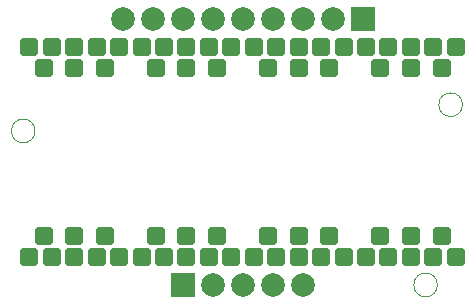
<source format=gts>
G04 DipTrace 3.2.0.1*
G04 td_display_uBraidsII_bigtrans.GTS*
%MOIN*%
G04 #@! TF.FileFunction,Soldermask,Top*
G04 #@! TF.Part,Single*
%AMOUTLINE1*
4,1,40,
0.029591,0.019367,
0.029448,0.021002,
0.028978,0.022754,
0.028211,0.024399,
0.027169,0.025887,
0.025887,0.027169,
0.024399,0.028211,
0.022754,0.028978,
0.021002,0.029448,
0.019367,0.029591,
-0.019367,0.029591,
-0.021002,0.029448,
-0.022754,0.028978,
-0.024399,0.028211,
-0.025887,0.027169,
-0.027169,0.025887,
-0.028211,0.024399,
-0.028978,0.022754,
-0.029448,0.021002,
-0.029591,0.019367,
-0.029591,-0.019367,
-0.029448,-0.021002,
-0.028978,-0.022754,
-0.028211,-0.024399,
-0.027169,-0.025887,
-0.025887,-0.027169,
-0.024399,-0.028211,
-0.022754,-0.028978,
-0.021002,-0.029448,
-0.019367,-0.029591,
0.019367,-0.029591,
0.021002,-0.029448,
0.022754,-0.028978,
0.024399,-0.028211,
0.025887,-0.027169,
0.027169,-0.025887,
0.028211,-0.024399,
0.028978,-0.022754,
0.029448,-0.021002,
0.029591,-0.019367,
0.029591,0.019367,
0*%
%ADD17C,0.000013*%
%ADD31C,0.078866*%
%ADD33R,0.078866X0.078866*%
%ADD38OUTLINE1*%
%FSLAX26Y26*%
G04*
G70*
G90*
G75*
G01*
G04 TopMask*
%LPD*%
D38*
X470772Y535732D3*
X545575D3*
X620378D3*
X695181D3*
X769984D3*
X722740Y606598D3*
X620378D3*
X518016D3*
Y1165654D3*
X620378D3*
X722740D3*
X769984Y1236520D3*
X695181D3*
X620378D3*
X545575D3*
X470772D3*
X844787Y535732D3*
X919591D3*
X994394D3*
X1069197D3*
X1144000D3*
X1096756Y606598D3*
X994394D3*
X892031D3*
Y1165654D3*
X994394D3*
X1096756D3*
X1144000Y1236520D3*
X1069197D3*
X994394D3*
X919591D3*
X844787D3*
X1218803Y535732D3*
X1293606D3*
X1368409D3*
X1443213D3*
X1518016D3*
X1470772Y606598D3*
X1368409D3*
X1266047D3*
Y1165654D3*
X1368409D3*
X1470772D3*
X1518016Y1236520D3*
X1443213D3*
X1368409D3*
X1293606D3*
X1218803D3*
X1592819Y535732D3*
X1667622D3*
X1742425D3*
X1817228D3*
X1892031D3*
X1844787Y606598D3*
X1742425D3*
X1640063D3*
Y1165654D3*
X1742425D3*
X1844787D3*
X1892031Y1236520D3*
X1817228D3*
X1742425D3*
X1667622D3*
X1592819D3*
D33*
X981402Y443213D3*
D31*
X1081402D3*
X1181402D3*
X1281402D3*
X1381402D3*
D33*
X1581402Y1329039D3*
D31*
X1481402D3*
X1381402D3*
X1281402D3*
X1181402D3*
X1081402D3*
X981402D3*
X881402D3*
X781402D3*
X410797Y956500D2*
D17*
G02X410797Y956500I39370J0D01*
G01*
X1835797Y1044000D2*
G02X1835797Y1044000I39370J0D01*
G01*
X1752268Y443213D2*
G02X1752268Y443213I39370J0D01*
G01*
M02*

</source>
